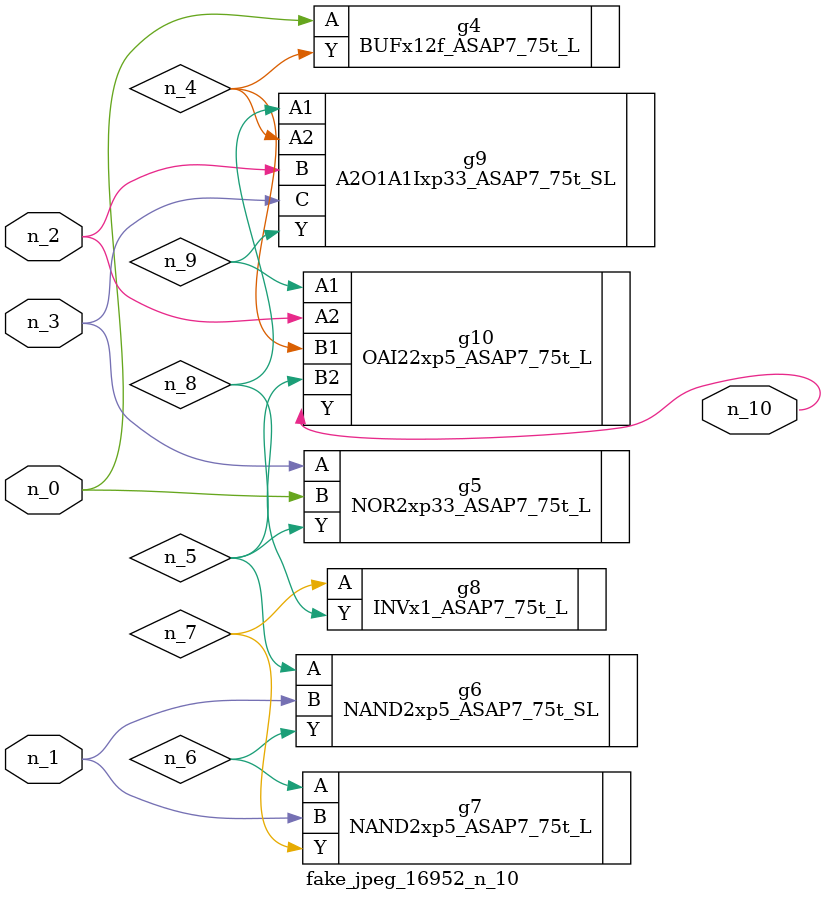
<source format=v>
module fake_jpeg_16952_n_10 (n_0, n_3, n_2, n_1, n_10);

input n_0;
input n_3;
input n_2;
input n_1;

output n_10;

wire n_4;
wire n_8;
wire n_9;
wire n_6;
wire n_5;
wire n_7;

BUFx12f_ASAP7_75t_L g4 ( 
.A(n_0),
.Y(n_4)
);

NOR2xp33_ASAP7_75t_L g5 ( 
.A(n_3),
.B(n_0),
.Y(n_5)
);

NAND2xp5_ASAP7_75t_SL g6 ( 
.A(n_5),
.B(n_1),
.Y(n_6)
);

NAND2xp5_ASAP7_75t_L g7 ( 
.A(n_6),
.B(n_1),
.Y(n_7)
);

INVx1_ASAP7_75t_L g8 ( 
.A(n_7),
.Y(n_8)
);

A2O1A1Ixp33_ASAP7_75t_SL g9 ( 
.A1(n_8),
.A2(n_4),
.B(n_2),
.C(n_3),
.Y(n_9)
);

OAI22xp5_ASAP7_75t_L g10 ( 
.A1(n_9),
.A2(n_2),
.B1(n_4),
.B2(n_5),
.Y(n_10)
);


endmodule
</source>
